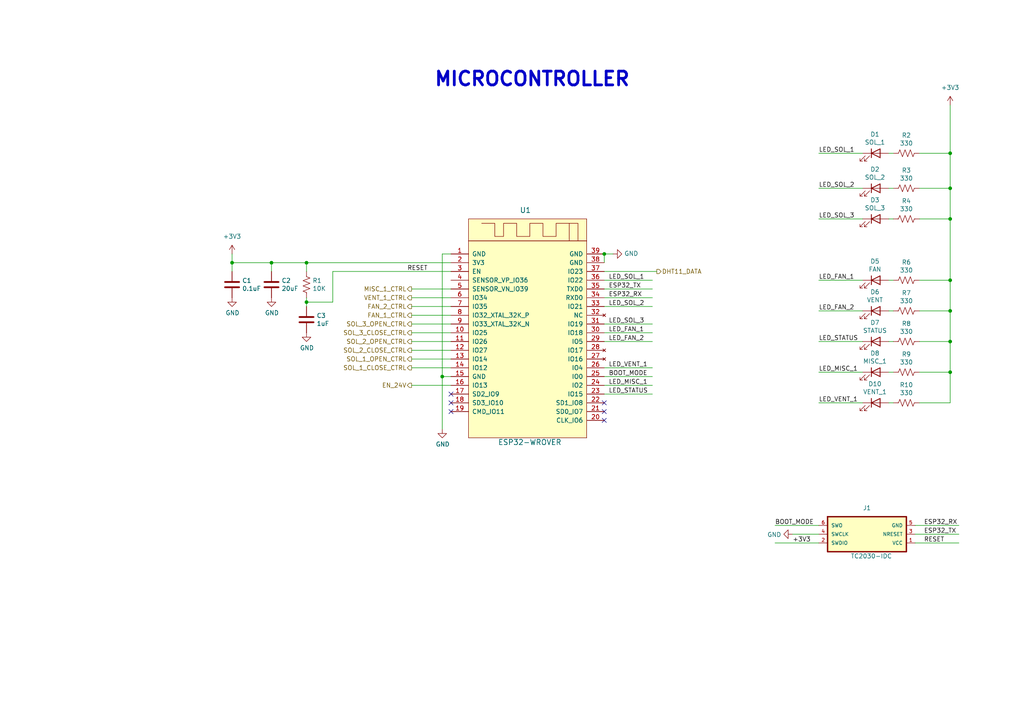
<source format=kicad_sch>
(kicad_sch (version 20211123) (generator eeschema)
  (paper "A4")
  (lib_symbols
    (symbol "Device:C" (pin_numbers hide) (pin_names (offset 0.254))
      (property "Reference" "C" (at 0.635 2.54 0))
      (property "Value" "C" (at 0.635 -2.54 0))
      (symbol "C_0_1"
        (polyline (pts (xy -2.032 -0.762) (xy 2.032 -0.762)) (stroke (width 0.508)))
        (polyline (pts (xy -2.032 0.762) (xy 2.032 0.762)) (stroke (width 0.508)))
      )
      (symbol "C_1_1"
        (pin passive line (at 0 3.81 270) (length 2.794) (name "~") (number "1"))
        (pin passive line (at 0 -3.81 90) (length 2.794) (name "~") (number "2"))
      )
    )
    (symbol "Device:LED" (pin_numbers hide) (pin_names (offset 1.016) hide)
      (property "Reference" "D" (at 0 2.54 0))
      (property "Value" "LED" (at 0 -2.54 0))
      (symbol "LED_0_1"
        (polyline (pts (xy -1.27 -1.27) (xy -1.27 1.27)) (stroke (width 0.254)))
        (polyline (pts (xy -1.27 0) (xy 1.27 0)))
        (polyline (pts (xy 1.27 -1.27) (xy 1.27 1.27) (xy -1.27 0) (xy 1.27 -1.27)) (stroke (width 0.254)))
        (polyline (pts (xy -3.048 -0.762) (xy -4.572 -2.286) (xy -3.81 -2.286) (xy -4.572 -2.286) (xy -4.572 -1.524)))
        (polyline (pts (xy -1.778 -0.762) (xy -3.302 -2.286) (xy -2.54 -2.286) (xy -3.302 -2.286) (xy -3.302 -1.524)))
      )
      (symbol "LED_1_1"
        (pin passive line (at -3.81 0 0) (length 2.54) (name "K") (number "1"))
        (pin passive line (at 3.81 0 180) (length 2.54) (name "A") (number "2"))
      )
    )
    (symbol "Device:R_US" (pin_numbers hide) (pin_names (offset 0))
      (property "Reference" "R" (at 2.54 0 90))
      (property "Value" "R_US" (at -2.54 0 90))
      (symbol "R_US_0_1"
        (polyline (pts (xy 0 -2.286) (xy 0 -2.54)))
        (polyline (pts (xy 0 2.286) (xy 0 2.54)))
        (polyline (pts (xy 0 -0.762) (xy 1.016 -1.143) (xy 0 -1.524) (xy -1.016 -1.905) (xy 0 -2.286)))
        (polyline (pts (xy 0 0.762) (xy 1.016 0.381) (xy 0 0) (xy -1.016 -0.381) (xy 0 -0.762)))
        (polyline (pts (xy 0 2.286) (xy 1.016 1.905) (xy 0 1.524) (xy -1.016 1.143) (xy 0 0.762)))
      )
      (symbol "R_US_1_1"
        (pin passive line (at 0 3.81 270) (length 1.27) (name "~") (number "1"))
        (pin passive line (at 0 -3.81 90) (length 1.27) (name "~") (number "2"))
      )
    )
    (symbol "green_house_controller-rescue:ESP32-WROVER-esp32-wrover" (pin_names (offset 1.016))
      (property "Reference" "U" (at -15.24 -33.02 0))
      (property "Value" "ESP32-WROVER-esp32-wrover" (at 6.35 -33.02 0))
      (symbol "ESP32-WROVER-esp32-wrover_0_1"
        (rectangle (start -17.78 22.86) (end 16.51 -34.29) (fill (type background)))
        (rectangle (start -17.78 29.21) (end 16.51 22.86) (fill (type background)))
        (polyline (pts (xy 11.43 27.94) (xy 13.97 27.94) (xy 13.97 22.86)))
        (polyline (pts (xy -13.97 27.94) (xy -10.16 27.94) (xy -10.16 24.13) (xy -7.62 24.13) (xy -7.62 27.94) (xy -3.81 27.94) (xy -3.81 24.13) (xy 0 24.13) (xy 0 27.94) (xy 3.81 27.94) (xy 3.81 24.13) (xy 7.62 24.13) (xy 7.62 27.94) (xy 11.43 27.94) (xy 11.43 22.86)))
      )
      (symbol "ESP32-WROVER-esp32-wrover_1_1"
        (pin power_in line (at -22.86 19.05 0) (length 5.08) (name "GND") (number "1"))
        (pin bidirectional line (at -22.86 -3.81 0) (length 5.08) (name "IO25") (number "10"))
        (pin bidirectional line (at -22.86 -6.35 0) (length 5.08) (name "IO26") (number "11"))
        (pin bidirectional line (at -22.86 -8.89 0) (length 5.08) (name "IO27") (number "12"))
        (pin bidirectional line (at -22.86 -11.43 0) (length 5.08) (name "IO14") (number "13"))
        (pin bidirectional line (at -22.86 -13.97 0) (length 5.08) (name "IO12") (number "14"))
        (pin power_in line (at -22.86 -16.51 0) (length 5.08) (name "GND") (number "15"))
        (pin bidirectional line (at -22.86 -19.05 0) (length 5.08) (name "IO13") (number "16"))
        (pin bidirectional line (at -22.86 -21.59 0) (length 5.08) (name "SD2_IO9") (number "17"))
        (pin bidirectional line (at -22.86 -24.13 0) (length 5.08) (name "SD3_IO10") (number "18"))
        (pin bidirectional line (at -22.86 -26.67 0) (length 5.08) (name "CMD_IO11") (number "19"))
        (pin power_in line (at -22.86 16.51 0) (length 5.08) (name "3V3") (number "2"))
        (pin bidirectional line (at 21.59 -29.21 180) (length 5.08) (name "CLK_IO6") (number "20"))
        (pin bidirectional line (at 21.59 -26.67 180) (length 5.08) (name "SD0_IO7") (number "21"))
        (pin bidirectional line (at 21.59 -24.13 180) (length 5.08) (name "SD1_IO8") (number "22"))
        (pin bidirectional line (at 21.59 -21.59 180) (length 5.08) (name "IO15") (number "23"))
        (pin bidirectional line (at 21.59 -19.05 180) (length 5.08) (name "IO2") (number "24"))
        (pin bidirectional line (at 21.59 -16.51 180) (length 5.08) (name "IO0") (number "25"))
        (pin bidirectional line (at 21.59 -13.97 180) (length 5.08) (name "IO4") (number "26"))
        (pin no_connect line (at 21.59 -11.43 180) (length 5.08) (name "IO16") (number "27"))
        (pin no_connect line (at 21.59 -8.89 180) (length 5.08) (name "IO17") (number "28"))
        (pin bidirectional line (at 21.59 -6.35 180) (length 5.08) (name "IO5") (number "29"))
        (pin input line (at -22.86 13.97 0) (length 5.08) (name "EN") (number "3"))
        (pin bidirectional line (at 21.59 -3.81 180) (length 5.08) (name "IO18") (number "30"))
        (pin bidirectional line (at 21.59 -1.27 180) (length 5.08) (name "IO19") (number "31"))
        (pin no_connect line (at 21.59 1.27 180) (length 5.08) (name "NC") (number "32"))
        (pin bidirectional line (at 21.59 3.81 180) (length 5.08) (name "IO21") (number "33"))
        (pin input line (at 21.59 6.35 180) (length 5.08) (name "RXD0") (number "34"))
        (pin output line (at 21.59 8.89 180) (length 5.08) (name "TXD0") (number "35"))
        (pin bidirectional line (at 21.59 11.43 180) (length 5.08) (name "IO22") (number "36"))
        (pin bidirectional line (at 21.59 13.97 180) (length 5.08) (name "IO23") (number "37"))
        (pin power_in line (at 21.59 16.51 180) (length 5.08) (name "GND") (number "38"))
        (pin power_in line (at 21.59 19.05 180) (length 5.08) (name "GND") (number "39"))
        (pin input line (at -22.86 11.43 0) (length 5.08) (name "SENSOR_VP_IO36") (number "4"))
        (pin input line (at -22.86 8.89 0) (length 5.08) (name "SENSOR_VN_IO39") (number "5"))
        (pin input line (at -22.86 6.35 0) (length 5.08) (name "IO34") (number "6"))
        (pin input line (at -22.86 3.81 0) (length 5.08) (name "IO35") (number "7"))
        (pin bidirectional line (at -22.86 1.27 0) (length 5.08) (name "IO32_XTAL_32K_P") (number "8"))
        (pin bidirectional line (at -22.86 -1.27 0) (length 5.08) (name "IO33_XTAL_32K_N") (number "9"))
      )
    )
    (symbol "green_house_controller-rescue:TC2030-IDC-TC2030-IDC" (pin_names (offset 1.016))
      (property "Reference" "TC" (at -3.81 5.842 0))
      (property "Value" "TC2030-IDC-TC2030-IDC" (at -3.81 -7.62 0))
      (symbol "TC2030-IDC-TC2030-IDC_0_0"
        (rectangle (start -10.16 -5.08) (end 12.7 5.08) (stroke (width 0.4064)) (fill (type background)))
        (pin passive line (at 15.24 -2.54 180) (length 2.54) (name "VCC") (number "1"))
        (pin passive line (at -12.7 -2.54 0) (length 2.54) (name "SWDIO") (number "2"))
        (pin passive line (at 15.24 0 180) (length 2.54) (name "NRESET") (number "3"))
        (pin passive line (at -12.7 0 0) (length 2.54) (name "SWCLK") (number "4"))
        (pin passive line (at 15.24 2.54 180) (length 2.54) (name "GND") (number "5"))
        (pin passive line (at -12.7 2.54 0) (length 2.54) (name "SWO") (number "6"))
      )
    )
    (symbol "power:+3V3" (power) (pin_names (offset 0))
      (property "Value" "+3V3" (at 0 3.556 0))
      (symbol "+3V3_0_1"
        (polyline (pts (xy -0.762 1.27) (xy 0 2.54)))
        (polyline (pts (xy 0 0) (xy 0 2.54)))
        (polyline (pts (xy 0 2.54) (xy 0.762 1.27)))
      )
      (symbol "+3V3_1_1"
        (pin power_in line (at 0 0 90) (length 0) hide (name "+3V3") (number "1"))
      )
    )
    (symbol "power:GND" (power) (pin_names (offset 0))
      (property "Value" "GND" (at 0 -3.81 0))
      (symbol "GND_0_1"
        (polyline (pts (xy 0 0) (xy 0 -1.27) (xy 1.27 -1.27) (xy 0 -2.54) (xy -1.27 -1.27) (xy 0 -1.27)))
      )
      (symbol "GND_1_1"
        (pin power_in line (at 0 0 270) (length 0) hide (name "GND") (number "1"))
      )
    )
  )
  (junction (at 275.59 107.95))
  (junction (at 88.9 87.63))
  (junction (at 78.74 76.2))
  (junction (at 275.59 63.5))
  (junction (at 275.59 44.45))
  (junction (at 88.9 76.2))
  (junction (at 67.31 76.2))
  (junction (at 275.59 99.06))
  (junction (at 275.59 54.61))
  (junction (at 275.59 81.28))
  (junction (at 275.59 90.17))
  (junction (at 128.27 109.22))
  (junction (at 175.26 73.66))
  (no_connect (at 130.81 114.3))
  (no_connect (at 130.81 116.84))
  (no_connect (at 130.81 119.38))
  (no_connect (at 175.26 121.92))
  (no_connect (at 175.26 119.38))
  (no_connect (at 175.26 116.84))
  (wire (pts (xy 275.59 116.84) (xy 275.59 107.95)))
  (wire (pts (xy 266.7 116.84) (xy 275.59 116.84)))
  (wire (pts (xy 67.31 76.2) (xy 67.31 78.74)))
  (wire (pts (xy 175.26 99.06) (xy 189.23 99.06)))
  (wire (pts (xy 237.49 157.48) (xy 224.79 157.48)))
  (wire (pts (xy 250.19 81.28) (xy 237.49 81.28)))
  (wire (pts (xy 128.27 124.46) (xy 128.27 109.22)))
  (wire (pts (xy 119.38 86.36) (xy 130.81 86.36)))
  (wire (pts (xy 275.59 99.06) (xy 275.59 90.17)))
  (wire (pts (xy 275.59 90.17) (xy 275.59 81.28)))
  (wire (pts (xy 175.26 81.28) (xy 189.23 81.28)))
  (wire (pts (xy 175.26 109.22) (xy 189.23 109.22)))
  (wire (pts (xy 78.74 76.2) (xy 78.74 78.74)))
  (wire (pts (xy 130.81 104.14) (xy 119.38 104.14)))
  (wire (pts (xy 257.81 90.17) (xy 259.08 90.17)))
  (wire (pts (xy 237.49 99.06) (xy 250.19 99.06)))
  (wire (pts (xy 175.26 76.2) (xy 175.26 73.66)))
  (wire (pts (xy 257.81 54.61) (xy 259.08 54.61)))
  (wire (pts (xy 96.52 78.74) (xy 130.81 78.74)))
  (wire (pts (xy 175.26 96.52) (xy 189.23 96.52)))
  (wire (pts (xy 257.81 116.84) (xy 259.08 116.84)))
  (wire (pts (xy 250.19 90.17) (xy 237.49 90.17)))
  (wire (pts (xy 130.81 76.2) (xy 88.9 76.2)))
  (wire (pts (xy 266.7 99.06) (xy 275.59 99.06)))
  (wire (pts (xy 275.59 63.5) (xy 275.59 81.28)))
  (wire (pts (xy 237.49 107.95) (xy 250.19 107.95)))
  (wire (pts (xy 175.26 111.76) (xy 189.23 111.76)))
  (wire (pts (xy 265.43 154.94) (xy 278.13 154.94)))
  (wire (pts (xy 119.38 93.98) (xy 130.81 93.98)))
  (wire (pts (xy 275.59 107.95) (xy 275.59 99.06)))
  (wire (pts (xy 266.7 63.5) (xy 275.59 63.5)))
  (wire (pts (xy 250.19 44.45) (xy 237.49 44.45)))
  (wire (pts (xy 175.26 88.9) (xy 189.23 88.9)))
  (wire (pts (xy 257.81 44.45) (xy 259.08 44.45)))
  (wire (pts (xy 128.27 73.66) (xy 128.27 109.22)))
  (wire (pts (xy 175.26 114.3) (xy 189.23 114.3)))
  (wire (pts (xy 266.7 90.17) (xy 275.59 90.17)))
  (wire (pts (xy 88.9 76.2) (xy 78.74 76.2)))
  (wire (pts (xy 78.74 76.2) (xy 67.31 76.2)))
  (wire (pts (xy 237.49 152.4) (xy 224.79 152.4)))
  (wire (pts (xy 119.38 88.9) (xy 130.81 88.9)))
  (wire (pts (xy 88.9 87.63) (xy 88.9 86.36)))
  (wire (pts (xy 275.59 30.48) (xy 275.59 44.45)))
  (wire (pts (xy 119.38 96.52) (xy 130.81 96.52)))
  (wire (pts (xy 257.81 63.5) (xy 259.08 63.5)))
  (wire (pts (xy 88.9 88.9) (xy 88.9 87.63)))
  (wire (pts (xy 266.7 81.28) (xy 275.59 81.28)))
  (wire (pts (xy 67.31 73.66) (xy 67.31 76.2)))
  (wire (pts (xy 130.81 106.68) (xy 119.38 106.68)))
  (wire (pts (xy 96.52 87.63) (xy 88.9 87.63)))
  (wire (pts (xy 275.59 63.5) (xy 275.59 54.61)))
  (wire (pts (xy 175.26 86.36) (xy 189.23 86.36)))
  (wire (pts (xy 275.59 44.45) (xy 275.59 54.61)))
  (wire (pts (xy 130.81 99.06) (xy 119.38 99.06)))
  (wire (pts (xy 190.5 78.74) (xy 175.26 78.74)))
  (wire (pts (xy 88.9 76.2) (xy 88.9 78.74)))
  (wire (pts (xy 266.7 54.61) (xy 275.59 54.61)))
  (wire (pts (xy 175.26 93.98) (xy 189.23 93.98)))
  (wire (pts (xy 119.38 91.44) (xy 130.81 91.44)))
  (wire (pts (xy 257.81 107.95) (xy 259.08 107.95)))
  (wire (pts (xy 130.81 101.6) (xy 119.38 101.6)))
  (wire (pts (xy 265.43 152.4) (xy 278.13 152.4)))
  (wire (pts (xy 265.43 157.48) (xy 278.13 157.48)))
  (wire (pts (xy 237.49 116.84) (xy 250.19 116.84)))
  (wire (pts (xy 96.52 78.74) (xy 96.52 87.63)))
  (wire (pts (xy 257.81 99.06) (xy 259.08 99.06)))
  (wire (pts (xy 175.26 73.66) (xy 177.8 73.66)))
  (wire (pts (xy 175.26 83.82) (xy 189.23 83.82)))
  (wire (pts (xy 128.27 109.22) (xy 130.81 109.22)))
  (wire (pts (xy 119.38 111.76) (xy 130.81 111.76)))
  (wire (pts (xy 250.19 54.61) (xy 237.49 54.61)))
  (wire (pts (xy 130.81 73.66) (xy 128.27 73.66)))
  (wire (pts (xy 266.7 44.45) (xy 275.59 44.45)))
  (wire (pts (xy 229.87 154.94) (xy 237.49 154.94)))
  (wire (pts (xy 257.81 81.28) (xy 259.08 81.28)))
  (wire (pts (xy 175.26 106.68) (xy 189.23 106.68)))
  (wire (pts (xy 119.38 83.82) (xy 130.81 83.82)))
  (wire (pts (xy 250.19 63.5) (xy 237.49 63.5)))
  (wire (pts (xy 266.7 107.95) (xy 275.59 107.95)))
  (text "MICROCONTROLLER" (at 125.73 25.4 0) (effects (font (size 3.9878 3.9878) (thickness 0.7976) bold) (justify left bottom)))
  (label "LED_SOL_3" (at 176.53 93.98 0))
  (label "LED_FAN_1" (at 176.53 96.52 0))
  (label "LED_STATUS" (at 237.49 99.06 0))
  (label "ESP32_RX" (at 267.97 152.4 0))
  (label "ESP32_TX" (at 267.97 154.94 0))
  (label "LED_FAN_1" (at 237.49 81.28 0))
  (label "LED_FAN_2" (at 176.53 99.06 0))
  (label "ESP32_RX" (at 176.53 86.36 0))
  (label "BOOT_MODE" (at 176.53 109.22 0))
  (label "+3V3" (at 229.87 157.48 0))
  (label "LED_STATUS" (at 176.53 114.3 0))
  (label "LED_SOL_1" (at 237.49 44.45 0))
  (label "RESET" (at 267.97 157.48 0))
  (label "ESP32_TX" (at 176.53 83.82 0))
  (label "LED_SOL_2" (at 176.53 88.9 0))
  (label "LED_VENT_1" (at 237.49 116.84 0))
  (label "LED_MISC_1" (at 176.53 111.76 0))
  (label "RESET" (at 118.11 78.74 0))
  (label "LED_VENT_1" (at 176.53 106.68 0))
  (label "BOOT_MODE" (at 224.79 152.4 0))
  (label "LED_FAN_2" (at 237.49 90.17 0))
  (label "LED_MISC_1" (at 237.49 107.95 0))
  (label "LED_SOL_2" (at 237.49 54.61 0))
  (label "LED_SOL_3" (at 237.49 63.5 0))
  (label "LED_SOL_1" (at 176.53 81.28 0))
  (hierarchical_label "SOL_3_CLOSE_CTRL" (shape output) (at 119.38 96.52 180))
  (hierarchical_label "DHT11_DATA" (shape output) (at 190.5 78.74 0))
  (hierarchical_label "VENT_1_CTRL" (shape output) (at 119.38 86.36 180))
  (hierarchical_label "FAN_2_CTRL" (shape output) (at 119.38 88.9 180))
  (hierarchical_label "EN_24V" (shape output) (at 119.38 111.76 180))
  (hierarchical_label "FAN_1_CTRL" (shape output) (at 119.38 91.44 180))
  (hierarchical_label "SOL_1_OPEN_CTRL" (shape output) (at 119.38 104.14 180))
  (hierarchical_label "SOL_2_CLOSE_CTRL" (shape output) (at 119.38 101.6 180))
  (hierarchical_label "MISC_1_CTRL" (shape output) (at 119.38 83.82 180))
  (hierarchical_label "SOL_2_OPEN_CTRL" (shape output) (at 119.38 99.06 180))
  (hierarchical_label "SOL_1_CLOSE_CTRL" (shape output) (at 119.38 106.68 180))
  (hierarchical_label "SOL_3_OPEN_CTRL" (shape output) (at 119.38 93.98 180))
  (symbol (lib_id "green_house_controller-rescue:ESP32-WROVER-esp32-wrover") (at 153.67 92.71 0) (unit 1)
    (property "Reference" "U1" (at 152.4 60.96 0) (effects (font (size 1.524 1.524))))
    (property "Value" "ESP32-WROVER" (at 153.67 128.27 0) (effects (font (size 1.524 1.524))))
    (property "Footprint" "esp32-wrover:ESP32-WROVER" (effects hide))
  )
  (symbol (lib_id "power:GND") (at 177.8 73.66 90) (unit 1)
    (property "Reference" "#PWR06" (effects hide))
    (property "Value" "GND" (at 181.0512 73.533 90) (effects (justify right)))
  )
  (symbol (lib_id "power:GND") (at 128.27 124.46 0) (unit 1)
    (property "Reference" "#PWR05" (effects hide))
    (property "Value" "GND" (at 128.397 128.8542 0))
  )
  (symbol (lib_id "Device:C") (at 78.74 82.55 0) (unit 1)
    (property "Reference" "C2" (at 81.661 81.3816 0) (effects (justify left)))
    (property "Value" "20uF" (at 81.661 83.693 0) (effects (justify left)))
    (property "Footprint" "Capacitor_SMD:C_0805_2012Metric" (effects hide))
  )
  (symbol (lib_id "Device:C") (at 67.31 82.55 0) (unit 1)
    (property "Reference" "C1" (at 70.231 81.3816 0) (effects (justify left)))
    (property "Value" "0.1uF" (at 70.231 83.693 0) (effects (justify left)))
    (property "Footprint" "Capacitor_SMD:C_0805_2012Metric" (effects hide))
  )
  (symbol (lib_id "power:GND") (at 78.74 86.36 0) (unit 1)
    (property "Reference" "#PWR03" (effects hide))
    (property "Value" "GND" (at 78.867 90.7542 0))
  )
  (symbol (lib_id "power:GND") (at 67.31 86.36 0) (unit 1)
    (property "Reference" "#PWR02" (effects hide))
    (property "Value" "GND" (at 67.437 90.7542 0))
  )
  (symbol (lib_id "Device:LED") (at 254 44.45 0) (unit 1)
    (property "Reference" "D1" (at 253.7714 38.9636 0))
    (property "Value" "SOL_1" (at 253.7714 41.275 0))
    (property "Footprint" "LED_SMD:LED_0805_2012Metric" (effects hide))
  )
  (symbol (lib_id "Device:LED") (at 254 54.61 0) (unit 1)
    (property "Reference" "D2" (at 253.7714 49.1236 0))
    (property "Value" "SOL_2" (at 253.7714 51.435 0))
    (property "Footprint" "LED_SMD:LED_0805_2012Metric" (effects hide))
  )
  (symbol (lib_id "Device:LED") (at 254 63.5 0) (unit 1)
    (property "Reference" "D3" (at 253.7714 58.0136 0))
    (property "Value" "SOL_3" (at 253.7714 60.325 0))
    (property "Footprint" "LED_SMD:LED_0805_2012Metric" (effects hide))
  )
  (symbol (lib_id "Device:LED") (at 254 81.28 0) (unit 1)
    (property "Reference" "D5" (at 253.7714 75.7936 0))
    (property "Value" "FAN" (at 253.7714 78.105 0))
    (property "Footprint" "LED_SMD:LED_0805_2012Metric" (effects hide))
  )
  (symbol (lib_id "Device:LED") (at 254 90.17 0) (unit 1)
    (property "Reference" "D6" (at 253.7714 84.6836 0))
    (property "Value" "VENT" (at 253.7714 86.995 0))
    (property "Footprint" "LED_SMD:LED_0805_2012Metric" (effects hide))
  )
  (symbol (lib_id "Device:LED") (at 254 99.06 0) (unit 1)
    (property "Reference" "D7" (at 253.7714 93.5736 0))
    (property "Value" "STATUS" (at 253.7714 95.885 0))
    (property "Footprint" "LED_SMD:LED_0805_2012Metric" (effects hide))
  )
  (symbol (lib_id "Device:C") (at 88.9 92.71 0) (unit 1)
    (property "Reference" "C3" (at 91.821 91.5416 0) (effects (justify left)))
    (property "Value" "1uF" (at 91.821 93.853 0) (effects (justify left)))
    (property "Footprint" "Capacitor_SMD:C_0805_2012Metric" (effects hide))
  )
  (symbol (lib_id "Device:R_US") (at 88.9 82.55 0) (unit 1)
    (property "Reference" "R1" (at 90.6272 81.3816 0) (effects (justify left)))
    (property "Value" "10K" (at 90.6272 83.693 0) (effects (justify left)))
    (property "Footprint" "Resistor_SMD:R_0805_2012Metric" (effects hide))
  )
  (symbol (lib_id "Device:R_US") (at 262.89 44.45 270) (unit 1)
    (property "Reference" "R2" (at 262.89 39.243 90))
    (property "Value" "330" (at 262.89 41.5544 90))
    (property "Footprint" "Resistor_SMD:R_0805_2012Metric" (effects hide))
  )
  (symbol (lib_id "Device:R_US") (at 262.89 81.28 270) (unit 1)
    (property "Reference" "R6" (at 262.89 76.073 90))
    (property "Value" "330" (at 262.89 78.3844 90))
    (property "Footprint" "Resistor_SMD:R_0805_2012Metric" (effects hide))
  )
  (symbol (lib_id "power:GND") (at 88.9 96.52 0) (unit 1)
    (property "Reference" "#PWR04" (effects hide))
    (property "Value" "GND" (at 89.027 100.9142 0))
  )
  (symbol (lib_id "Device:R_US") (at 262.89 90.17 270) (unit 1)
    (property "Reference" "R7" (at 262.89 84.963 90))
    (property "Value" "330" (at 262.89 87.2744 90))
    (property "Footprint" "Resistor_SMD:R_0805_2012Metric" (effects hide))
  )
  (symbol (lib_id "Device:R_US") (at 262.89 99.06 270) (unit 1)
    (property "Reference" "R8" (at 262.89 93.853 90))
    (property "Value" "330" (at 262.89 96.1644 90))
    (property "Footprint" "Resistor_SMD:R_0805_2012Metric" (effects hide))
  )
  (symbol (lib_id "Device:R_US") (at 262.89 63.5 270) (unit 1)
    (property "Reference" "R4" (at 262.89 58.293 90))
    (property "Value" "330" (at 262.89 60.6044 90))
    (property "Footprint" "Resistor_SMD:R_0805_2012Metric" (effects hide))
  )
  (symbol (lib_id "Device:R_US") (at 262.89 54.61 270) (unit 1)
    (property "Reference" "R3" (at 262.89 49.403 90))
    (property "Value" "330" (at 262.89 51.7144 90))
    (property "Footprint" "Resistor_SMD:R_0805_2012Metric" (effects hide))
  )
  (symbol (lib_id "green_house_controller-rescue:TC2030-IDC-TC2030-IDC") (at 250.19 154.94 0) (unit 1)
    (property "Reference" "J1" (at 251.46 147.32 0))
    (property "Value" "TC2030-IDC" (at 252.73 161.29 0))
    (property "Footprint" "connector:TC2030-IDC" (effects hide))
  )
  (symbol (lib_id "power:GND") (at 229.87 154.94 270) (unit 1)
    (property "Reference" "#PWR07" (effects hide))
    (property "Value" "GND" (at 226.6188 155.067 90) (effects (justify right)))
  )
  (symbol (lib_id "Device:LED") (at 254 107.95 0) (unit 1)
    (property "Reference" "D8" (at 253.7714 102.4636 0))
    (property "Value" "MISC_1" (at 253.7714 104.775 0))
    (property "Footprint" "LED_SMD:LED_0805_2012Metric" (effects hide))
  )
  (symbol (lib_id "Device:R_US") (at 262.89 107.95 270) (unit 1)
    (property "Reference" "R9" (at 262.89 102.743 90))
    (property "Value" "330" (at 262.89 105.0544 90))
    (property "Footprint" "Resistor_SMD:R_0805_2012Metric" (effects hide))
  )
  (symbol (lib_id "Device:LED") (at 254 116.84 0) (unit 1)
    (property "Reference" "D10" (at 253.7714 111.3536 0))
    (property "Value" "VENT_1" (at 253.7714 113.665 0))
    (property "Footprint" "LED_SMD:LED_0805_2012Metric" (effects hide))
  )
  (symbol (lib_id "Device:R_US") (at 262.89 116.84 270) (unit 1)
    (property "Reference" "R10" (at 262.89 111.633 90))
    (property "Value" "330" (at 262.89 113.9444 90))
    (property "Footprint" "Resistor_SMD:R_0805_2012Metric" (effects hide))
  )
  (symbol (lib_id "power:+3V3") (at 67.31 73.66 0) (unit 1)
    (property "Reference" "#PWR0103" (effects hide))
  )
  (symbol (lib_id "power:+3V3") (at 275.59 30.48 0) (unit 1)
    (property "Reference" "#PWR0101" (effects hide))
  )
)
</source>
